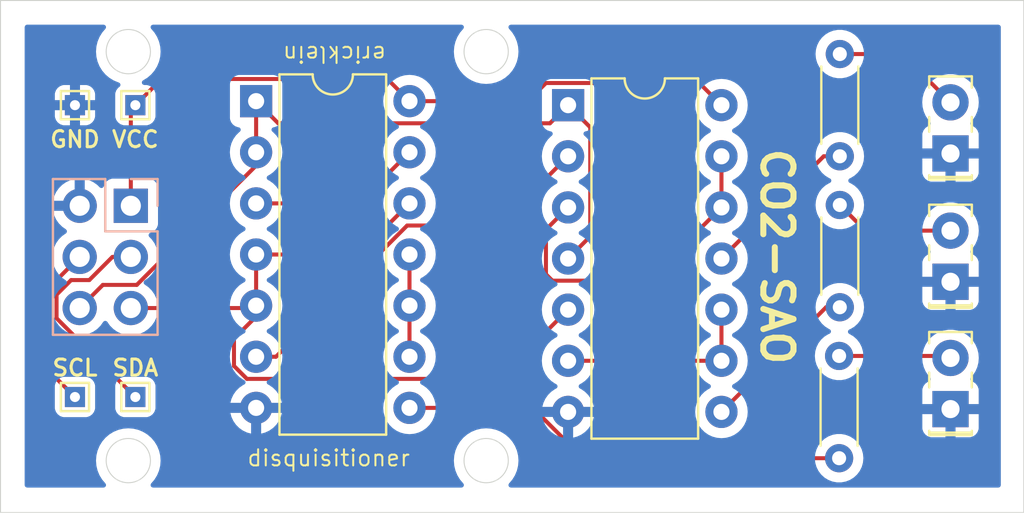
<source format=kicad_pcb>
(kicad_pcb (version 20240108) (generator "pcbnew") (generator_version "8.0")
  (title_block (title "AQ SAO"))
  (layers (0 "F.Cu" signal) (31 "B.Cu" signal) (34 "B.Paste" user) (35 "F.Paste" user) (36 "B.SilkS" user "B.Silkscreen") (37 "F.SilkS" user "F.Silkscreen") (38 "B.Mask" user) (39 "F.Mask" user) (44 "Edge.Cuts" user))
  (net 0 "")
  (net 1 "Net-(D1-A)")
  (net 2 "GND")
  (net 3 "Net-(D2-A)")
  (net 4 "Net-(D3-A)")
  (net 5 "Net-(R1-Pad1)")
  (net 6 "Net-(R2-Pad1)")
  (net 7 "Net-(R3-Pad1)")
  (net 8 "VCC")
  (net 9 "Net-(U1-Pad10)")
  (net 10 "Net-(U1-Pad6)")
  (net 11 "Net-(U1-Pad13)")
  (net 12 "Net-(U2-Pad12)")
  (net 13 "Net-(U2-Pad10)")
  (net 14 "Net-(J1-Pin_6)")
  (net 15 "Net-(J1-Pin_5)")
  (net 16 "Net-(J1-Pin_4)")
  (net 17 "Net-(J1-Pin_3)")
  (footprint "LED_THT:LED_Rectangular_W5.0mm_H2.0mm" (layer "F.Cu") (at 98 58.4 90)
    (property "Reference" "D3" (hide yes))
    (property "Value" "Red LED" (hide yes))
    (fp_line (start 3.83 -1.06) (end 3.83 1.06) (stroke (width 0.12)) (layer "F.SilkS"))
    (fp_line (start 3.27 -1.06) (end 3.83 -1.06) (stroke (width 0.12)) (layer "F.SilkS"))
    (fp_line (start 1.08 -1.06) (end 1.811 -1.06) (stroke (width 0.12)) (layer "F.SilkS"))
    (fp_line (start -1.17 -1.06) (end -1.17 1.06) (stroke (width 0.12)) (layer "F.SilkS"))
    (fp_line (start -1.29 -1.06) (end -1.08 -1.06) (stroke (width 0.12)) (layer "F.SilkS"))
    (fp_line (start -1.29 -1.06) (end -1.29 1.06) (stroke (width 0.12)) (layer "F.SilkS"))
    (fp_line (start 3.27 1.06) (end 3.83 1.06) (stroke (width 0.12)) (layer "F.SilkS"))
    (fp_line (start 1.08 1.06) (end 1.811 1.06) (stroke (width 0.12)) (layer "F.SilkS"))
    (fp_line (start -1.29 1.06) (end -1.08 1.06) (stroke (width 0.12)) (layer "F.SilkS"))
    (pad "1" thru_hole rect (at 0 0 90) (size 1.8 1.8) (drill 0.9) (layers "*.Cu" "*.Mask") (net 2 "GND"))
    (pad "2" thru_hole circle (at 2.54 0 90) (size 1.8 1.8) (drill 0.9) (layers "*.Cu" "*.Mask") (net 4 "Net-(D3-A)"))
  )
  (footprint "TestPoint:TestPoint_THTPad_1.0x1.0mm_Drill0.5mm" (layer "F.Cu") (at 57.5 70.5)
    (property "Reference" "SDA" (at 0 -1.45 0) (layer "F.SilkS") (effects (font (size 0.8 0.8))))
    (property "Value" "SDA" (hide yes))
    (fp_line (start -0.7 -0.7) (end 0.7 -0.7) (stroke (width 0.12)) (layer "F.SilkS"))
    (fp_line (start -0.7 0.7) (end -0.7 -0.7) (stroke (width 0.12)) (layer "F.SilkS"))
    (fp_line (start 0.7 -0.7) (end 0.7 0.7) (stroke (width 0.12)) (layer "F.SilkS"))
    (fp_line (start 0.7 0.7) (end -0.7 0.7) (stroke (width 0.12)) (layer "F.SilkS"))
    (pad "1" thru_hole rect (at 0 0) (size 1 1) (drill 0.5) (layers "*.Cu" "*.Mask") (net 17 "Net-(J1-Pin_3)"))
  )
  (footprint "Resistor_THT:R_Axial_DIN0204_L3.6mm_D1.6mm_P5.08mm_Horizontal" (layer "F.Cu") (at 92.465 73.54 90)
    (property "Reference" "R1" (hide yes))
    (property "Value" "39" (hide yes))
    (fp_line (start 0.62 -0.92) (end 4.46 -0.92) (stroke (width 0.12)) (layer "F.SilkS"))
    (fp_line (start 0.62 0.92) (end 4.46 0.92) (stroke (width 0.12)) (layer "F.SilkS"))
    (pad "1" thru_hole circle (at 0 0 90) (size 1.4 1.4) (drill 0.7) (layers "*.Cu" "*.Mask") (net 5 "Net-(R1-Pad1)"))
    (pad "2" thru_hole oval (at 5.08 0 90) (size 1.4 1.4) (drill 0.7) (layers "*.Cu" "*.Mask") (net 1 "Net-(D1-A)"))
  )
  (footprint "TestPoint:TestPoint_THTPad_1.0x1.0mm_Drill0.5mm" (layer "F.Cu") (at 54.5 70.5)
    (property "Reference" "SCL" (at 0 -1.45 0) (layer "F.SilkS") (effects (font (size 0.8 0.8))))
    (property "Value" "SCL" (hide yes))
    (fp_line (start -0.7 -0.7) (end 0.7 -0.7) (stroke (width 0.12)) (layer "F.SilkS"))
    (fp_line (start -0.7 0.7) (end -0.7 -0.7) (stroke (width 0.12)) (layer "F.SilkS"))
    (fp_line (start 0.7 -0.7) (end 0.7 0.7) (stroke (width 0.12)) (layer "F.SilkS"))
    (fp_line (start 0.7 0.7) (end -0.7 0.7) (stroke (width 0.12)) (layer "F.SilkS"))
    (pad "1" thru_hole rect (at 0 0) (size 1 1) (drill 0.5) (layers "*.Cu" "*.Mask") (net 16 "Net-(J1-Pin_4)"))
  )
  (footprint "Package_DIP:DIP-14_W7.62mm" (layer "F.Cu") (at 79 56)
    (property "Reference" "U2" (hide yes))
    (property "Value" "74HC00" (hide yes))
    (fp_line (start 1.16 -1.33) (end 1.16 16.57) (stroke (width 0.12)) (layer "F.SilkS"))
    (fp_line (start 1.16 16.57) (end 6.46 16.57) (stroke (width 0.12)) (layer "F.SilkS"))
    (fp_line (start 2.81 -1.33) (end 1.16 -1.33) (stroke (width 0.12)) (layer "F.SilkS"))
    (fp_line (start 6.46 -1.33) (end 4.81 -1.33) (stroke (width 0.12)) (layer "F.SilkS"))
    (fp_line (start 6.46 16.57) (end 6.46 -1.33) (stroke (width 0.12)) (layer "F.SilkS"))
    (fp_arc (start 4.81 -1.33) (mid 3.81 -0.33) (end 2.81 -1.33) (stroke (width 0.12)) (layer "F.SilkS"))
    (pad "1" thru_hole rect (at 0 0) (size 1.6 1.6) (drill 0.8) (layers "*.Cu" "*.Mask") (net 14 "Net-(J1-Pin_6)"))
    (pad "2" thru_hole oval (at 0 2.54) (size 1.6 1.6) (drill 0.8) (layers "*.Cu" "*.Mask") (net 10 "Net-(U1-Pad6)"))
    (pad "3" thru_hole oval (at 0 5.08) (size 1.6 1.6) (drill 0.8) (layers "*.Cu" "*.Mask") (net 12 "Net-(U2-Pad12)"))
    (pad "4" thru_hole oval (at 0 7.62) (size 1.6 1.6) (drill 0.8) (layers "*.Cu" "*.Mask") (net 14 "Net-(J1-Pin_6)"))
    (pad "5" thru_hole oval (at 0 10.16) (size 1.6 1.6) (drill 0.8) (layers "*.Cu" "*.Mask") (net 15 "Net-(J1-Pin_5)"))
    (pad "6" thru_hole oval (at 0 12.7) (size 1.6 1.6) (drill 0.8) (layers "*.Cu" "*.Mask") (net 13 "Net-(U2-Pad10)"))
    (pad "7" thru_hole oval (at 0 15.24) (size 1.6 1.6) (drill 0.8) (layers "*.Cu" "*.Mask") (net 2 "GND"))
    (pad "8" thru_hole oval (at 7.62 15.24) (size 1.6 1.6) (drill 0.8) (layers "*.Cu" "*.Mask") (net 6 "Net-(R2-Pad1)"))
    (pad "9" thru_hole oval (at 7.62 12.7) (size 1.6 1.6) (drill 0.8) (layers "*.Cu" "*.Mask") (net 13 "Net-(U2-Pad10)"))
    (pad "10" thru_hole oval (at 7.62 10.16) (size 1.6 1.6) (drill 0.8) (layers "*.Cu" "*.Mask") (net 13 "Net-(U2-Pad10)"))
    (pad "11" thru_hole oval (at 7.62 7.62) (size 1.6 1.6) (drill 0.8) (layers "*.Cu" "*.Mask") (net 7 "Net-(R3-Pad1)"))
    (pad "12" thru_hole oval (at 7.62 5.08) (size 1.6 1.6) (drill 0.8) (layers "*.Cu" "*.Mask") (net 12 "Net-(U2-Pad12)"))
    (pad "13" thru_hole oval (at 7.62 2.54) (size 1.6 1.6) (drill 0.8) (layers "*.Cu" "*.Mask") (net 12 "Net-(U2-Pad12)"))
    (pad "14" thru_hole oval (at 7.62 0) (size 1.6 1.6) (drill 0.8) (layers "*.Cu" "*.Mask") (net 8 "VCC"))
  )
  (footprint "TestPoint:TestPoint_THTPad_1.0x1.0mm_Drill0.5mm" (layer "F.Cu") (at 57.5 56)
    (property "Reference" "VCC" (at 0 1.7 0) (layer "F.SilkS") (effects (font (size 0.8 0.8))))
    (property "Value" "VCC" (hide yes))
    (fp_line (start -0.7 -0.7) (end 0.7 -0.7) (stroke (width 0.12)) (layer "F.SilkS"))
    (fp_line (start -0.7 0.7) (end -0.7 -0.7) (stroke (width 0.12)) (layer "F.SilkS"))
    (fp_line (start 0.7 -0.7) (end 0.7 0.7) (stroke (width 0.12)) (layer "F.SilkS"))
    (fp_line (start 0.7 0.7) (end -0.7 0.7) (stroke (width 0.12)) (layer "F.SilkS"))
    (pad "1" thru_hole rect (at 0 0) (size 1 1) (drill 0.5) (layers "*.Cu" "*.Mask") (net 8 "VCC"))
  )
  (footprint "LED_THT:LED_Rectangular_W5.0mm_H2.0mm" (layer "F.Cu") (at 98 71.1 90)
    (property "Reference" "D1" (hide yes))
    (property "Value" "Green LED" (hide yes))
    (fp_line (start 3.83 -1.06) (end 3.83 1.06) (stroke (width 0.12)) (layer "F.SilkS"))
    (fp_line (start 3.27 -1.06) (end 3.83 -1.06) (stroke (width 0.12)) (layer "F.SilkS"))
    (fp_line (start 1.08 -1.06) (end 1.811 -1.06) (stroke (width 0.12)) (layer "F.SilkS"))
    (fp_line (start -1.17 -1.06) (end -1.17 1.06) (stroke (width 0.12)) (layer "F.SilkS"))
    (fp_line (start -1.29 -1.06) (end -1.08 -1.06) (stroke (width 0.12)) (layer "F.SilkS"))
    (fp_line (start -1.29 -1.06) (end -1.29 1.06) (stroke (width 0.12)) (layer "F.SilkS"))
    (fp_line (start 3.27 1.06) (end 3.83 1.06) (stroke (width 0.12)) (layer "F.SilkS"))
    (fp_line (start 1.08 1.06) (end 1.811 1.06) (stroke (width 0.12)) (layer "F.SilkS"))
    (fp_line (start -1.29 1.06) (end -1.08 1.06) (stroke (width 0.12)) (layer "F.SilkS"))
    (pad "1" thru_hole rect (at 0 0 90) (size 1.8 1.8) (drill 0.9) (layers "*.Cu" "*.Mask") (net 2 "GND"))
    (pad "2" thru_hole circle (at 2.54 0 90) (size 1.8 1.8) (drill 0.9) (layers "*.Cu" "*.Mask") (net 1 "Net-(D1-A)"))
  )
  (footprint "LED_THT:LED_Rectangular_W5.0mm_H2.0mm" (layer "F.Cu") (at 98 64.775 90)
    (property "Reference" "D2" (hide yes))
    (property "Value" "Yellow LED" (hide yes))
    (fp_line (start 3.83 -1.06) (end 3.83 1.06) (stroke (width 0.12)) (layer "F.SilkS"))
    (fp_line (start 3.27 -1.06) (end 3.83 -1.06) (stroke (width 0.12)) (layer "F.SilkS"))
    (fp_line (start 1.08 -1.06) (end 1.811 -1.06) (stroke (width 0.12)) (layer "F.SilkS"))
    (fp_line (start -1.17 -1.06) (end -1.17 1.06) (stroke (width 0.12)) (layer "F.SilkS"))
    (fp_line (start -1.29 -1.06) (end -1.08 -1.06) (stroke (width 0.12)) (layer "F.SilkS"))
    (fp_line (start -1.29 -1.06) (end -1.29 1.06) (stroke (width 0.12)) (layer "F.SilkS"))
    (fp_line (start 3.27 1.06) (end 3.83 1.06) (stroke (width 0.12)) (layer "F.SilkS"))
    (fp_line (start 1.08 1.06) (end 1.811 1.06) (stroke (width 0.12)) (layer "F.SilkS"))
    (fp_line (start -1.29 1.06) (end -1.08 1.06) (stroke (width 0.12)) (layer "F.SilkS"))
    (pad "1" thru_hole rect (at 0 0 90) (size 1.8 1.8) (drill 0.9) (layers "*.Cu" "*.Mask") (net 2 "GND"))
    (pad "2" thru_hole circle (at 2.54 0 90) (size 1.8 1.8) (drill 0.9) (layers "*.Cu" "*.Mask") (net 3 "Net-(D2-A)"))
  )
  (footprint "TestPoint:TestPoint_THTPad_1.0x1.0mm_Drill0.5mm" (layer "F.Cu") (at 54.5 56)
    (property "Reference" "GND" (at 0 1.7 0) (layer "F.SilkS") (effects (font (size 0.8 0.8))))
    (property "Value" "GND" (hide yes))
    (fp_line (start -0.7 -0.7) (end 0.7 -0.7) (stroke (width 0.12)) (layer "F.SilkS"))
    (fp_line (start -0.7 0.7) (end -0.7 -0.7) (stroke (width 0.12)) (layer "F.SilkS"))
    (fp_line (start 0.7 -0.7) (end 0.7 0.7) (stroke (width 0.12)) (layer "F.SilkS"))
    (fp_line (start 0.7 0.7) (end -0.7 0.7) (stroke (width 0.12)) (layer "F.SilkS"))
    (pad "1" thru_hole rect (at 0 0) (size 1 1) (drill 0.5) (layers "*.Cu" "*.Mask") (net 2 "GND"))
  )
  (footprint "Resistor_THT:R_Axial_DIN0204_L3.6mm_D1.6mm_P5.08mm_Horizontal" (layer "F.Cu") (at 92.5 58.54 90)
    (property "Reference" "R3" (hide yes))
    (property "Value" "39" (hide yes))
    (fp_line (start 0.62 -0.92) (end 4.46 -0.92) (stroke (width 0.12)) (layer "F.SilkS"))
    (fp_line (start 0.62 0.92) (end 4.46 0.92) (stroke (width 0.12)) (layer "F.SilkS"))
    (pad "1" thru_hole circle (at 0 0 90) (size 1.4 1.4) (drill 0.7) (layers "*.Cu" "*.Mask") (net 7 "Net-(R3-Pad1)"))
    (pad "2" thru_hole oval (at 5.08 0 90) (size 1.4 1.4) (drill 0.7) (layers "*.Cu" "*.Mask") (net 4 "Net-(D3-A)"))
  )
  (footprint "Package_DIP:DIP-14_W7.62mm" (layer "F.Cu") (at 63.5 55.8)
    (property "Reference" "U1" (hide yes))
    (property "Value" "74HC00" (hide yes))
    (fp_line (start 1.16 -1.33) (end 1.16 16.57) (stroke (width 0.12)) (layer "F.SilkS"))
    (fp_line (start 1.16 16.57) (end 6.46 16.57) (stroke (width 0.12)) (layer "F.SilkS"))
    (fp_line (start 2.81 -1.33) (end 1.16 -1.33) (stroke (width 0.12)) (layer "F.SilkS"))
    (fp_line (start 6.46 -1.33) (end 4.81 -1.33) (stroke (width 0.12)) (layer "F.SilkS"))
    (fp_line (start 6.46 16.57) (end 6.46 -1.33) (stroke (width 0.12)) (layer "F.SilkS"))
    (fp_arc (start 4.81 -1.33) (mid 3.81 -0.33) (end 2.81 -1.33) (stroke (width 0.12)) (layer "F.SilkS"))
    (pad "1" thru_hole rect (at 0 0) (size 1.6 1.6) (drill 0.8) (layers "*.Cu" "*.Mask") (net 14 "Net-(J1-Pin_6)"))
    (pad "2" thru_hole oval (at 0 2.54) (size 1.6 1.6) (drill 0.8) (layers "*.Cu" "*.Mask") (net 14 "Net-(J1-Pin_6)"))
    (pad "3" thru_hole oval (at 0 5.08) (size 1.6 1.6) (drill 0.8) (layers "*.Cu" "*.Mask") (net 11 "Net-(U1-Pad13)"))
    (pad "4" thru_hole oval (at 0 7.62) (size 1.6 1.6) (drill 0.8) (layers "*.Cu" "*.Mask") (net 15 "Net-(J1-Pin_5)"))
    (pad "5" thru_hole oval (at 0 10.16) (size 1.6 1.6) (drill 0.8) (layers "*.Cu" "*.Mask") (net 15 "Net-(J1-Pin_5)"))
    (pad "6" thru_hole oval (at 0 12.7) (size 1.6 1.6) (drill 0.8) (layers "*.Cu" "*.Mask") (net 10 "Net-(U1-Pad6)"))
    (pad "7" thru_hole oval (at 0 15.24) (size 1.6 1.6) (drill 0.8) (layers "*.Cu" "*.Mask") (net 2 "GND"))
    (pad "8" thru_hole oval (at 7.62 15.24) (size 1.6 1.6) (drill 0.8) (layers "*.Cu" "*.Mask") (net 5 "Net-(R1-Pad1)"))
    (pad "9" thru_hole oval (at 7.62 12.7) (size 1.6 1.6) (drill 0.8) (layers "*.Cu" "*.Mask") (net 9 "Net-(U1-Pad10)"))
    (pad "10" thru_hole oval (at 7.62 10.16) (size 1.6 1.6) (drill 0.8) (layers "*.Cu" "*.Mask") (net 9 "Net-(U1-Pad10)"))
    (pad "11" thru_hole oval (at 7.62 7.62) (size 1.6 1.6) (drill 0.8) (layers "*.Cu" "*.Mask") (net 9 "Net-(U1-Pad10)"))
    (pad "12" thru_hole oval (at 7.62 5.08) (size 1.6 1.6) (drill 0.8) (layers "*.Cu" "*.Mask") (net 15 "Net-(J1-Pin_5)"))
    (pad "13" thru_hole oval (at 7.62 2.54) (size 1.6 1.6) (drill 0.8) (layers "*.Cu" "*.Mask") (net 11 "Net-(U1-Pad13)"))
    (pad "14" thru_hole oval (at 7.62 0) (size 1.6 1.6) (drill 0.8) (layers "*.Cu" "*.Mask") (net 8 "VCC"))
  )
  (footprint "Resistor_THT:R_Axial_DIN0204_L3.6mm_D1.6mm_P5.08mm_Horizontal" (layer "F.Cu") (at 92.5 66.04 90)
    (property "Reference" "R2" (hide yes))
    (property "Value" "39" (hide yes))
    (fp_line (start 0.62 -0.92) (end 4.46 -0.92) (stroke (width 0.12)) (layer "F.SilkS"))
    (fp_line (start 0.62 0.92) (end 4.46 0.92) (stroke (width 0.12)) (layer "F.SilkS"))
    (pad "1" thru_hole circle (at 0 0 90) (size 1.4 1.4) (drill 0.7) (layers "*.Cu" "*.Mask") (net 6 "Net-(R2-Pad1)"))
    (pad "2" thru_hole oval (at 5.08 0 90) (size 1.4 1.4) (drill 0.7) (layers "*.Cu" "*.Mask") (net 3 "Net-(D2-A)"))
  )
  (footprint "Connector_PinHeader_2.54mm:PinHeader_2x03_P2.54mm_Vertical" (layer "B.Cu") (at 57.275 61 180)
    (property "Reference" "J1" (hide yes))
    (property "Value" "SAO (on back)" (hide yes))
    (fp_line (start 3.87 1.33) (end 1.27 1.33) (stroke (width 0.12)) (layer "B.SilkS"))
    (fp_line (start 3.87 -6.41) (end 3.87 1.33) (stroke (width 0.12)) (layer "B.SilkS"))
    (fp_line (start 3.87 -6.41) (end -1.33 -6.41) (stroke (width 0.12)) (layer "B.SilkS"))
    (fp_line (start 1.27 1.33) (end 1.27 -1.27) (stroke (width 0.12)) (layer "B.SilkS"))
    (fp_line (start 1.27 -1.27) (end -1.33 -1.27) (stroke (width 0.12)) (layer "B.SilkS"))
    (fp_line (start 0 1.33) (end -1.33 1.33) (stroke (width 0.12)) (layer "B.SilkS"))
    (fp_line (start -1.33 1.33) (end -1.33 0) (stroke (width 0.12)) (layer "B.SilkS"))
    (fp_line (start -1.33 -6.41) (end -1.33 -1.27) (stroke (width 0.12)) (layer "B.SilkS"))
    (pad "1" thru_hole rect (at 0 0 180) (size 1.7 1.7) (drill 1) (layers "*.Cu" "*.Mask") (net 8 "VCC"))
    (pad "2" thru_hole oval (at 2.54 0 180) (size 1.7 1.7) (drill 1) (layers "*.Cu" "*.Mask") (net 2 "GND"))
    (pad "3" thru_hole oval (at 0 -2.54 180) (size 1.7 1.7) (drill 1) (layers "*.Cu" "*.Mask") (net 17 "Net-(J1-Pin_3)"))
    (pad "4" thru_hole oval (at 2.54 -2.54 180) (size 1.7 1.7) (drill 1) (layers "*.Cu" "*.Mask") (net 16 "Net-(J1-Pin_4)"))
    (pad "5" thru_hole oval (at 0 -5.08 180) (size 1.7 1.7) (drill 1) (layers "*.Cu" "*.Mask") (net 15 "Net-(J1-Pin_5)"))
    (pad "6" thru_hole oval (at 2.54 -5.08 180) (size 1.7 1.7) (drill 1) (layers "*.Cu" "*.Mask") (net 14 "Net-(J1-Pin_6)"))
  )
  (gr_circle (center 57.15 73.66) (end 58.25 73.66) (stroke (width 0.05)) (fill none) (layer "Edge.Cuts"))
  (gr_circle (center 57.15 53.34) (end 58.25 53.34) (stroke (width 0.05)) (fill none) (layer "Edge.Cuts"))
  (gr_circle (center 74.93 73.66) (end 76.03 73.66) (stroke (width 0.05)) (fill none) (layer "Edge.Cuts"))
  (gr_circle (center 74.93 53.34) (end 76.03 53.34) (stroke (width 0.05)) (fill none) (layer "Edge.Cuts"))
  (gr_rect (start 50.8 50.8) (end 101.64 76.24) (stroke (width 0.05)) (fill none) (layer "Edge.Cuts"))
  (gr_text "disquisitioner" (at 63 74 0) (layer "F.SilkS") (effects (font (size 0.8 0.8) (thickness 0.1)) (justify left bottom)))
  (gr_text "CO2-SAO" (at 88.5 58 270) (layer "F.SilkS") (effects (font (size 1.5 1.5) (thickness 0.3) (bold yes)) (justify left bottom)))
  (gr_text "ericklein" (at 70 53 180) (layer "F.SilkS") (effects (font (size 0.8 0.8) (thickness 0.1)) (justify left bottom)))
  (segment (start 92.465 68.46) (end 97.9 68.46) (width 0.2) (layer "F.Cu") (net 1))
  (segment (start 97.9 68.46) (end 98 68.56) (width 0.2) (layer "F.Cu") (net 1))
  (segment (start 92.5 60.96) (end 93.775 62.235) (width 0.2) (layer "F.Cu") (net 3))
  (segment (start 93.775 62.235) (end 98 62.235) (width 0.2) (layer "F.Cu") (net 3))
  (segment (start 92.5 53.46) (end 95.6 53.46) (width 0.2) (layer "F.Cu") (net 4))
  (segment (start 95.6 53.46) (end 98 55.86) (width 0.2) (layer "F.Cu") (net 4))
  (segment (start 77.244365 71.04) (end 79.744365 73.54) (width 0.2) (layer "F.Cu") (net 5))
  (segment (start 71.12 71.04) (end 77.244365 71.04) (width 0.2) (layer "F.Cu") (net 5))
  (segment (start 79.744365 73.54) (end 92.465 73.54) (width 0.2) (layer "F.Cu") (net 5))
  (segment (start 86.62 71.24) (end 91.82 66.04) (width 0.2) (layer "F.Cu") (net 6))
  (segment (start 91.82 66.04) (end 92.5 66.04) (width 0.2) (layer "F.Cu") (net 6))
  (segment (start 91.7 58.54) (end 92.5 58.54) (width 0.2) (layer "F.Cu") (net 7))
  (segment (start 86.62 63.62) (end 91.7 58.54) (width 0.2) (layer "F.Cu") (net 7))
  (segment (start 77.9 54.9) (end 85.52 54.9) (width 0.2) (layer "F.Cu") (net 8))
  (segment (start 57.275 61) (end 57.275 56.225) (width 0.2) (layer "F.Cu") (net 8))
  (segment (start 58.8 54.7) (end 70.02 54.7) (width 0.2) (layer "F.Cu") (net 8))
  (segment (start 57.275 56.225) (end 57.5 56) (width 0.2) (layer "F.Cu") (net 8))
  (segment (start 57.5 56) (end 58.8 54.7) (width 0.2) (layer "F.Cu") (net 8))
  (segment (start 85.52 54.9) (end 86.62 56) (width 0.2) (layer "F.Cu") (net 8))
  (segment (start 70.02 54.7) (end 71.12 55.8) (width 0.2) (layer "F.Cu") (net 8))
  (segment (start 71.12 55.8) (end 77 55.8) (width 0.2) (layer "F.Cu") (net 8))
  (segment (start 77 55.8) (end 77.9 54.9) (width 0.2) (layer "F.Cu") (net 8))
  (segment (start 71.12 65.96) (end 71.12 68.5) (width 0.2) (layer "F.Cu") (net 9))
  (segment (start 71.12 63.42) (end 71.12 65.96) (width 0.2) (layer "F.Cu") (net 9))
  (segment (start 63.5 68.5) (end 64.484365 68.5) (width 0.2) (layer "F.Cu") (net 10))
  (segment (start 64.484365 68.5) (end 71.004365 61.98) (width 0.2) (layer "F.Cu") (net 10))
  (segment (start 75.56 61.98) (end 79 58.54) (width 0.2) (layer "F.Cu") (net 10))
  (segment (start 71.004365 61.98) (end 75.56 61.98) (width 0.2) (layer "F.Cu") (net 10))
  (segment (start 63.5 60.88) (end 68.58 60.88) (width 0.2) (layer "F.Cu") (net 11))
  (segment (start 68.58 60.88) (end 71.12 58.34) (width 0.2) (layer "F.Cu") (net 11))
  (segment (start 79 61.08) (end 77.9 62.18) (width 0.2) (layer "F.Cu") (net 12))
  (segment (start 82.98 64.72) (end 86.62 61.08) (width 0.2) (layer "F.Cu") (net 12))
  (segment (start 77.9 62.18) (end 77.9 64.4) (width 0.2) (layer "F.Cu") (net 12))
  (segment (start 78.22 64.72) (end 82.98 64.72) (width 0.2) (layer "F.Cu") (net 12))
  (segment (start 86.62 61.08) (end 86.62 58.54) (width 0.2) (layer "F.Cu") (net 12))
  (segment (start 77.9 64.4) (end 78.22 64.72) (width 0.2) (layer "F.Cu") (net 12))
  (segment (start 79 68.7) (end 86.62 68.7) (width 0.2) (layer "F.Cu") (net 13))
  (segment (start 86.62 68.7) (end 86.62 66.16) (width 0.2) (layer "F.Cu") (net 13))
  (segment (start 63.5 55.8) (end 64.6 56.9) (width 0.2) (layer "F.Cu") (net 14))
  (segment (start 80.1 62.52) (end 79 63.62) (width 0.2) (layer "F.Cu") (net 14))
  (segment (start 80.1 57.1) (end 80.1 62.52) (width 0.2) (layer "F.Cu") (net 14))
  (segment (start 63.5 55.8) (end 63.5 58.34) (width 0.2) (layer "F.Cu") (net 14))
  (segment (start 79 56) (end 80.1 57.1) (width 0.2) (layer "F.Cu") (net 14))
  (segment (start 78.1 56.9) (end 79 56) (width 0.2) (layer "F.Cu") (net 14))
  (segment (start 54.735 66.08) (end 55.885 64.93) (width 0.2) (layer "F.Cu") (net 14))
  (segment (start 63.5 59) (end 63.5 58.34) (width 0.2) (layer "F.Cu") (net 14))
  (segment (start 64.6 56.9) (end 78.1 56.9) (width 0.2) (layer "F.Cu") (net 14))
  (segment (start 57.57 64.93) (end 63.5 59) (width 0.2) (layer "F.Cu") (net 14))
  (segment (start 55.885 64.93) (end 57.57 64.93) (width 0.2) (layer "F.Cu") (net 14))
  (segment (start 57.275 66.08) (end 63.38 66.08) (width 0.2) (layer "F.Cu") (net 15))
  (segment (start 63.5 63.42) (end 63.5 65.96) (width 0.2) (layer "F.Cu") (net 15))
  (segment (start 63.5 66.5) (end 62.4 67.6) (width 0.2) (layer "F.Cu") (net 15))
  (segment (start 63.38 66.08) (end 63.5 65.96) (width 0.2) (layer "F.Cu") (net 15))
  (segment (start 68.58 63.42) (end 71.12 60.88) (width 0.2) (layer "F.Cu") (net 15))
  (segment (start 63.5 63.42) (end 68.58 63.42) (width 0.2) (layer "F.Cu") (net 15))
  (segment (start 63.044365 69.6) (end 75.56 69.6) (width 0.2) (layer "F.Cu") (net 15))
  (segment (start 63.5 65.96) (end 63.5 66.5) (width 0.2) (layer "F.Cu") (net 15))
  (segment (start 62.4 68.955635) (end 63.044365 69.6) (width 0.2) (layer "F.Cu") (net 15))
  (segment (start 62.4 67.6) (end 62.4 68.955635) (width 0.2) (layer "F.Cu") (net 15))
  (segment (start 75.56 69.6) (end 79 66.16) (width 0.2) (layer "F.Cu") (net 15))
  (segment (start 53.185 65.09) (end 53.185 69.185) (width 0.2) (layer "F.Cu") (net 16))
  (segment (start 54.735 63.54) (end 53.185 65.09) (width 0.2) (layer "F.Cu") (net 16))
  (segment (start 53.185 69.185) (end 54.5 70.5) (width 0.2) (layer "F.Cu") (net 16))
  (segment (start 54.31 64.69) (end 53.585 65.415) (width 0.2) (layer "F.Cu") (net 17))
  (segment (start 53.585 65.415) (end 53.585 66.585) (width 0.2) (layer "F.Cu") (net 17))
  (segment (start 57.275 63.54) (end 56.361346 63.54) (width 0.2) (layer "F.Cu") (net 17))
  (segment (start 53.585 66.585) (end 57.5 70.5) (width 0.2) (layer "F.Cu") (net 17))
  (segment (start 55.211346 64.69) (end 54.31 64.69) (width 0.2) (layer "F.Cu") (net 17))
  (segment (start 56.361346 63.54) (end 55.211346 64.69) (width 0.2) (layer "F.Cu") (net 17))
  (zone (net 2) (net_name "GND") (layer "B.Cu") (connect_pads (clearance 0.5)) (min_thickness 0.25) (fill yes (thermal_gap 0.5) (thermal_bridge_width 0.5))
    (polygon (pts (xy 100.5 75) (xy 100.5 52) (xy 52 52) (xy 52 75)))
  )
)
</source>
